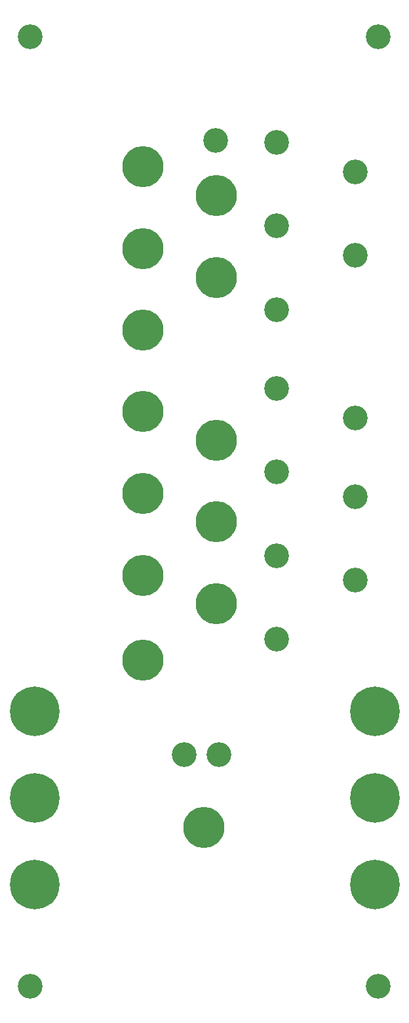
<source format=gbr>
%TF.GenerationSoftware,KiCad,Pcbnew,(6.0.1)*%
%TF.CreationDate,2022-12-13T21:14:02+02:00*%
%TF.ProjectId,EurorackDualPitchQuantizerFrontPanel,4575726f-7261-4636-9b44-75616c506974,rev?*%
%TF.SameCoordinates,Original*%
%TF.FileFunction,Plated,1,2,PTH,Drill*%
%TF.FilePolarity,Positive*%
%FSLAX46Y46*%
G04 Gerber Fmt 4.6, Leading zero omitted, Abs format (unit mm)*
G04 Created by KiCad (PCBNEW (6.0.1)) date 2022-12-13 21:14:02*
%MOMM*%
%LPD*%
G01*
G04 APERTURE LIST*
%TA.AperFunction,ComponentDrill*%
%ADD10C,3.200000*%
%TD*%
%TA.AperFunction,ComponentDrill*%
%ADD11C,5.300000*%
%TD*%
%TA.AperFunction,ComponentDrill*%
%ADD12C,6.400000*%
%TD*%
G04 APERTURE END LIST*
D10*
%TO.C,REF\u002A\u002A*%
X8543000Y-3903000D03*
X8543000Y-126403000D03*
X28413000Y-96487000D03*
X32477000Y-17239000D03*
X32965000Y-96487000D03*
X40371000Y-17493000D03*
X40371000Y-28288000D03*
X40371000Y-39083000D03*
X40371000Y-49243000D03*
%TO.C,REFe*%
X40371000Y-60038000D03*
%TO.C,REFde*%
X40371000Y-70833000D03*
%TO.C,REF\u002A\u002A*%
X40371000Y-81628000D03*
X50531000Y-21303000D03*
X50531000Y-32098000D03*
X50531000Y-53053000D03*
X50531000Y-63213000D03*
X50531000Y-74008000D03*
X53543000Y-3903000D03*
X53543000Y-126403000D03*
D11*
X23079000Y-20619000D03*
X23079000Y-31209000D03*
X23079000Y-41771000D03*
X23079000Y-52254000D03*
X23079000Y-62832000D03*
X23079000Y-73373000D03*
X23079000Y-84295000D03*
X30953000Y-105885000D03*
X32604000Y-24351000D03*
X32604000Y-34983000D03*
X32604000Y-55974000D03*
X32604000Y-66450000D03*
X32604000Y-77056000D03*
D12*
X9109000Y-90899000D03*
X9109000Y-102075000D03*
X9109000Y-113251000D03*
X53051000Y-90899000D03*
X53051000Y-102075000D03*
X53051000Y-113251000D03*
M02*

</source>
